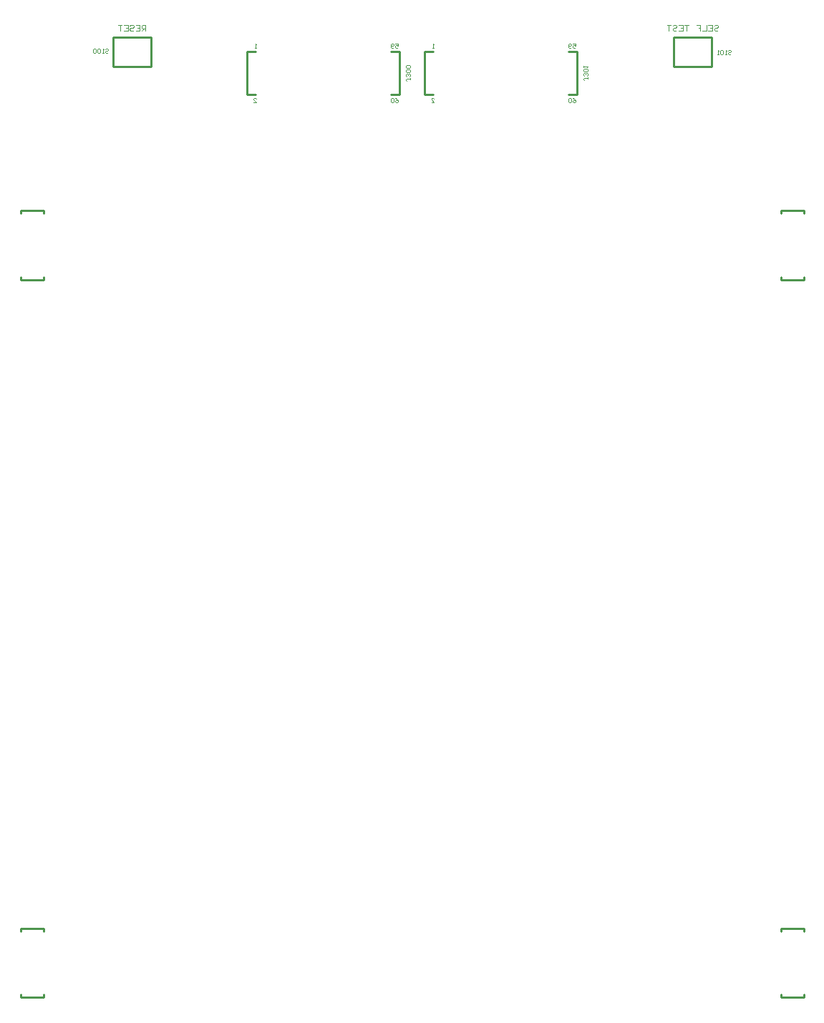
<source format=gbo>
G04*
G04 #@! TF.GenerationSoftware,Altium Limited,Altium Designer,20.1.14 (287)*
G04*
G04 Layer_Color=32896*
%FSLAX25Y25*%
%MOIN*%
G70*
G04*
G04 #@! TF.SameCoordinates,0DD39981-5369-47EA-9149-94963EAFD3A8*
G04*
G04*
G04 #@! TF.FilePolarity,Positive*
G04*
G01*
G75*
%ADD10C,0.01000*%
%ADD18C,0.00394*%
%ADD49C,0.00472*%
D10*
X182296Y-406870D02*
Y-405492D01*
X171666Y-406870D02*
Y-405492D01*
Y-375965D02*
Y-374587D01*
X182296Y-375965D02*
Y-374587D01*
X171666Y-374587D02*
X182296D01*
X171666Y-406870D02*
X182296D01*
X-171543D02*
Y-405492D01*
X-182173Y-406870D02*
Y-405492D01*
Y-375965D02*
Y-374587D01*
X-171543Y-375965D02*
Y-374587D01*
X-182173Y-374587D02*
X-171543D01*
X-182173Y-406870D02*
X-171543D01*
X171666Y-41713D02*
Y-40335D01*
X182296Y-41713D02*
Y-40335D01*
Y-72618D02*
Y-71240D01*
X171666Y-72618D02*
Y-71240D01*
X171666Y-72618D02*
X182296D01*
X171666Y-40335D02*
X182296D01*
X-182271Y-41713D02*
Y-40335D01*
X-171641Y-41713D02*
Y-40335D01*
Y-72618D02*
Y-71240D01*
X-182271Y-72618D02*
Y-71240D01*
X-182271Y-72618D02*
X-171641D01*
X-182271Y-40335D02*
X-171641D01*
X-9842Y13780D02*
X-5905D01*
Y33465D01*
X-9842D02*
X-5905D01*
X-76771Y13780D02*
X-72834D01*
X-76771D02*
Y33465D01*
X-72834D01*
X5906D02*
X9843D01*
X5906Y13780D02*
Y33465D01*
Y13780D02*
X9843D01*
X72835Y33465D02*
X76772D01*
Y13780D02*
Y33465D01*
X72835Y13780D02*
X76772D01*
X-121653Y26575D02*
Y40354D01*
X-139370D02*
X-121653D01*
X-139370Y26575D02*
Y40354D01*
Y26575D02*
X-121653D01*
X121654D02*
X139371D01*
X121654D02*
Y40354D01*
X139371D01*
Y26575D02*
Y40354D01*
D18*
X-8004Y11810D02*
X-7349Y11482D01*
X-6692Y10826D01*
Y10170D01*
X-7021Y9843D01*
X-7677D01*
X-8004Y10170D01*
Y10498D01*
X-7677Y10826D01*
X-6692D01*
X-8660Y11482D02*
X-8988Y11810D01*
X-9644D01*
X-9972Y11482D01*
Y10170D01*
X-9644Y9843D01*
X-8988D01*
X-8660Y10170D01*
Y11482D01*
X-8004Y37401D02*
X-6692D01*
Y36417D01*
X-7349Y36745D01*
X-7677D01*
X-8004Y36417D01*
Y35761D01*
X-7677Y35433D01*
X-7021D01*
X-6692Y35761D01*
X-8660D02*
X-8988Y35433D01*
X-9644D01*
X-9972Y35761D01*
Y37073D01*
X-9644Y37401D01*
X-8988D01*
X-8660Y37073D01*
Y36745D01*
X-8988Y36417D01*
X-9972D01*
X-73752Y9843D02*
X-72441D01*
X-73752Y11154D01*
Y11482D01*
X-73425Y11810D01*
X-72769D01*
X-72441Y11482D01*
Y35433D02*
X-73097D01*
X-72769D01*
Y37401D01*
X-72441Y37073D01*
X10237Y35433D02*
X9581D01*
X9909D01*
Y37401D01*
X10237Y37073D01*
X8925Y9843D02*
X10237D01*
X8925Y11154D01*
Y11482D01*
X9253Y11810D01*
X9909D01*
X10237Y11482D01*
X74673Y37401D02*
X75985D01*
Y36417D01*
X75329Y36745D01*
X75001D01*
X74673Y36417D01*
Y35761D01*
X75001Y35433D01*
X75657D01*
X75985Y35761D01*
X74017D02*
X73689Y35433D01*
X73033D01*
X72705Y35761D01*
Y37073D01*
X73033Y37401D01*
X73689D01*
X74017Y37073D01*
Y36745D01*
X73689Y36417D01*
X72705D01*
X74673Y11810D02*
X75329Y11482D01*
X75985Y10826D01*
Y10170D01*
X75657Y9843D01*
X75001D01*
X74673Y10170D01*
Y10498D01*
X75001Y10826D01*
X75985D01*
X74017Y11482D02*
X73689Y11810D01*
X73033D01*
X72705Y11482D01*
Y10170D01*
X73033Y9843D01*
X73689D01*
X74017Y10170D01*
Y11482D01*
X147114Y33923D02*
X147442Y34251D01*
X148098D01*
X148426Y33923D01*
Y33595D01*
X148098Y33267D01*
X147442D01*
X147114Y32939D01*
Y32611D01*
X147442Y32283D01*
X148098D01*
X148426Y32611D01*
X146458Y32283D02*
X145802D01*
X146130D01*
Y34251D01*
X146458Y33923D01*
X144818D02*
X144490Y34251D01*
X143834D01*
X143506Y33923D01*
Y32611D01*
X143834Y32283D01*
X144490D01*
X144818Y32611D01*
Y33923D01*
X142850Y32283D02*
X142194D01*
X142522D01*
Y34251D01*
X142850Y33923D01*
X-143044Y34711D02*
X-142716Y35039D01*
X-142060D01*
X-141732Y34711D01*
Y34383D01*
X-142060Y34055D01*
X-142716D01*
X-143044Y33727D01*
Y33399D01*
X-142716Y33071D01*
X-142060D01*
X-141732Y33399D01*
X-143700Y33071D02*
X-144356D01*
X-144028D01*
Y35039D01*
X-143700Y34711D01*
X-145340D02*
X-145668Y35039D01*
X-146324D01*
X-146651Y34711D01*
Y33399D01*
X-146324Y33071D01*
X-145668D01*
X-145340Y33399D01*
Y34711D01*
X-147308D02*
X-147635Y35039D01*
X-148291D01*
X-148619Y34711D01*
Y33399D01*
X-148291Y33071D01*
X-147635D01*
X-147308Y33399D01*
Y34711D01*
X81663Y21618D02*
Y20962D01*
Y21290D01*
X80023D01*
X79695Y20962D01*
Y20634D01*
X80023Y20306D01*
X81335Y22274D02*
X81663Y22602D01*
Y23258D01*
X81335Y23586D01*
X81007D01*
X80679Y23258D01*
Y22930D01*
Y23258D01*
X80351Y23586D01*
X80023D01*
X79695Y23258D01*
Y22602D01*
X80023Y22274D01*
X81335Y24242D02*
X81663Y24570D01*
Y25226D01*
X81335Y25554D01*
X80023D01*
X79695Y25226D01*
Y24570D01*
X80023Y24242D01*
X81335D01*
X79695Y26210D02*
Y26866D01*
Y26538D01*
X81663D01*
X81335Y26210D01*
X-1025Y21369D02*
Y20713D01*
Y21041D01*
X-2664D01*
X-2992Y20713D01*
Y20385D01*
X-2664Y20057D01*
X-1353Y22025D02*
X-1025Y22353D01*
Y23009D01*
X-1353Y23337D01*
X-1681D01*
X-2009Y23009D01*
Y22681D01*
Y23009D01*
X-2337Y23337D01*
X-2664D01*
X-2992Y23009D01*
Y22353D01*
X-2664Y22025D01*
X-1353Y23993D02*
X-1025Y24321D01*
Y24977D01*
X-1353Y25305D01*
X-2664D01*
X-2992Y24977D01*
Y24321D01*
X-2664Y23993D01*
X-1353D01*
Y25961D02*
X-1025Y26289D01*
Y26945D01*
X-1353Y27273D01*
X-2664D01*
X-2992Y26945D01*
Y26289D01*
X-2664Y25961D01*
X-1353D01*
D49*
X140658Y45602D02*
X141117Y46061D01*
X142036D01*
X142495Y45602D01*
Y45143D01*
X142036Y44684D01*
X141117D01*
X140658Y44225D01*
Y43766D01*
X141117Y43306D01*
X142036D01*
X142495Y43766D01*
X137903Y46061D02*
X139740D01*
Y43306D01*
X137903D01*
X139740Y44684D02*
X138821D01*
X136985Y46061D02*
Y43306D01*
X135148D01*
X132393Y46061D02*
X134230D01*
Y44684D01*
X133311D01*
X134230D01*
Y43306D01*
X128720Y46061D02*
X126883D01*
X127801D01*
Y43306D01*
X124128Y46061D02*
X125965D01*
Y43306D01*
X124128D01*
X125965Y44684D02*
X125046D01*
X121373Y45602D02*
X121832Y46061D01*
X122751D01*
X123210Y45602D01*
Y45143D01*
X122751Y44684D01*
X121832D01*
X121373Y44225D01*
Y43766D01*
X121832Y43306D01*
X122751D01*
X123210Y43766D01*
X120455Y46061D02*
X118618D01*
X119536D01*
Y43306D01*
X-124105D02*
Y46061D01*
X-125483D01*
X-125942Y45602D01*
Y44684D01*
X-125483Y44225D01*
X-124105D01*
X-125023D02*
X-125942Y43306D01*
X-128697Y46061D02*
X-126860D01*
Y43306D01*
X-128697D01*
X-126860Y44684D02*
X-127778D01*
X-131452Y45602D02*
X-130993Y46061D01*
X-130074D01*
X-129615Y45602D01*
Y45143D01*
X-130074Y44684D01*
X-130993D01*
X-131452Y44225D01*
Y43766D01*
X-130993Y43306D01*
X-130074D01*
X-129615Y43766D01*
X-134207Y46061D02*
X-132370D01*
Y43306D01*
X-134207D01*
X-132370Y44684D02*
X-133289D01*
X-135125Y46061D02*
X-136962D01*
X-136044D01*
Y43306D01*
M02*

</source>
